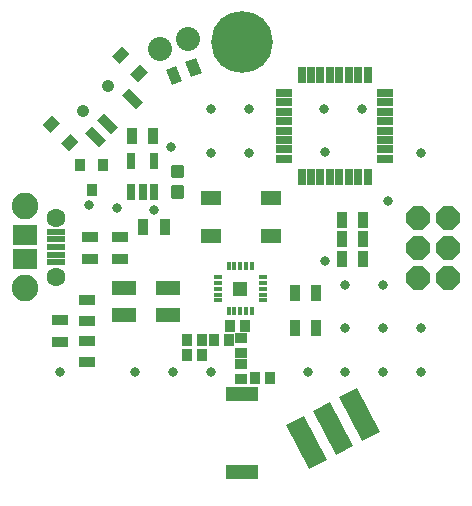
<source format=gts>
G75*
%MOIN*%
%OFA0B0*%
%FSLAX25Y25*%
%IPPOS*%
%LPD*%
%AMOC8*
5,1,8,0,0,1.08239X$1,22.5*
%
%ADD10C,0.20600*%
%ADD11R,0.05600X0.02800*%
%ADD12R,0.02800X0.05600*%
%ADD13R,0.03750X0.04143*%
%ADD14R,0.07100X0.04537*%
%ADD15R,0.03750X0.05324*%
%ADD16R,0.05324X0.03750*%
%ADD17C,0.08000*%
%ADD18R,0.02765X0.05324*%
%ADD19C,0.06309*%
%ADD20R,0.05915X0.02175*%
%ADD21R,0.08080X0.06506*%
%ADD22C,0.08868*%
%ADD23R,0.10600X0.04600*%
%ADD24R,0.04537X0.04537*%
%ADD25R,0.03159X0.01781*%
%ADD26R,0.01781X0.03159*%
%ADD27OC8,0.08000*%
%ADD28R,0.04537X0.03750*%
%ADD29R,0.03356X0.06506*%
%ADD30C,0.04143*%
%ADD31R,0.08080X0.04931*%
%ADD32C,0.01361*%
%ADD33R,0.03356X0.04143*%
%ADD34R,0.04143X0.03356*%
%ADD35R,0.06600X0.16600*%
%ADD36C,0.03300*%
D10*
X0084884Y0163568D03*
D11*
X0099005Y0146760D03*
X0099005Y0143610D03*
X0099005Y0140461D03*
X0099005Y0137311D03*
X0099005Y0134161D03*
X0099005Y0131012D03*
X0099005Y0127862D03*
X0099005Y0124713D03*
X0132805Y0124713D03*
X0132805Y0127862D03*
X0132805Y0131012D03*
X0132805Y0134161D03*
X0132805Y0137311D03*
X0132805Y0140461D03*
X0132805Y0143610D03*
X0132805Y0146760D03*
D12*
X0126928Y0152636D03*
X0123779Y0152636D03*
X0120629Y0152636D03*
X0117480Y0152636D03*
X0114330Y0152636D03*
X0111180Y0152636D03*
X0108031Y0152636D03*
X0104881Y0152636D03*
X0104881Y0118836D03*
X0108031Y0118836D03*
X0111180Y0118836D03*
X0114330Y0118836D03*
X0117480Y0118836D03*
X0120629Y0118836D03*
X0123779Y0118836D03*
X0126928Y0118836D03*
D13*
X0038652Y0122585D03*
X0031171Y0122585D03*
X0034912Y0114317D03*
D14*
X0074579Y0111633D03*
X0074579Y0099035D03*
X0094870Y0099035D03*
X0094870Y0111633D03*
D15*
X0118407Y0104472D03*
X0118439Y0097867D03*
X0118323Y0091268D03*
X0125410Y0091268D03*
X0125525Y0097867D03*
X0125494Y0104472D03*
X0109674Y0080168D03*
X0102587Y0080168D03*
X0102587Y0068357D03*
X0109674Y0068357D03*
X0059281Y0101853D03*
X0052194Y0101853D03*
X0055416Y0132188D03*
X0048329Y0132188D03*
G36*
X0059556Y0154250D02*
X0063019Y0155685D01*
X0065056Y0150768D01*
X0061593Y0149333D01*
X0059556Y0154250D01*
G37*
G36*
X0066103Y0156962D02*
X0069566Y0158397D01*
X0071603Y0153480D01*
X0068140Y0152045D01*
X0066103Y0156962D01*
G37*
D16*
X0044469Y0098552D03*
X0044469Y0091465D03*
X0034214Y0091456D03*
X0034214Y0098542D03*
X0033296Y0077806D03*
X0033296Y0070719D03*
X0033296Y0064026D03*
X0033296Y0056940D03*
X0024275Y0063801D03*
X0024275Y0070888D03*
D17*
X0057559Y0161306D03*
X0066950Y0164742D03*
D18*
X0055616Y0123867D03*
X0048136Y0123867D03*
X0048136Y0113630D03*
X0051876Y0113630D03*
X0055616Y0113630D03*
D19*
X0023194Y0105144D03*
X0023194Y0085459D03*
D20*
X0023194Y0090183D03*
X0023194Y0092742D03*
X0023194Y0095301D03*
X0023194Y0097860D03*
X0023194Y0100419D03*
D21*
X0012564Y0099238D03*
X0012564Y0091364D03*
D22*
X0012605Y0081524D03*
X0012559Y0109096D03*
D23*
X0084875Y0046193D03*
X0084875Y0020193D03*
D24*
X0084482Y0081468D03*
D25*
X0091962Y0081468D03*
X0091962Y0083436D03*
X0091962Y0085405D03*
X0091962Y0079499D03*
X0091962Y0077531D03*
X0077002Y0077531D03*
X0077002Y0079499D03*
X0077002Y0081468D03*
X0077002Y0083436D03*
X0077002Y0085405D03*
D26*
X0080545Y0088948D03*
X0082513Y0088948D03*
X0084482Y0088948D03*
X0086450Y0088948D03*
X0088419Y0088948D03*
X0088419Y0073988D03*
X0086450Y0073988D03*
X0084482Y0073988D03*
X0082513Y0073988D03*
X0080545Y0073988D03*
D27*
X0143725Y0084976D03*
X0143725Y0094976D03*
X0153725Y0094976D03*
X0153725Y0084976D03*
X0153725Y0104976D03*
X0143725Y0104976D03*
D28*
G36*
X0047802Y0152976D02*
X0051008Y0156182D01*
X0053660Y0153530D01*
X0050454Y0150324D01*
X0047802Y0152976D01*
G37*
G36*
X0041678Y0159100D02*
X0044884Y0162306D01*
X0047536Y0159654D01*
X0044330Y0156448D01*
X0041678Y0159100D01*
G37*
G36*
X0018572Y0135994D02*
X0021778Y0139200D01*
X0024430Y0136548D01*
X0021224Y0133342D01*
X0018572Y0135994D01*
G37*
G36*
X0024696Y0129869D02*
X0027902Y0133075D01*
X0030554Y0130423D01*
X0027348Y0127217D01*
X0024696Y0129869D01*
G37*
D29*
G36*
X0032630Y0133347D02*
X0035003Y0135720D01*
X0039602Y0131121D01*
X0037229Y0128748D01*
X0032630Y0133347D01*
G37*
G36*
X0036806Y0137523D02*
X0039179Y0139896D01*
X0043778Y0135297D01*
X0041405Y0132924D01*
X0036806Y0137523D01*
G37*
G36*
X0045157Y0145875D02*
X0047530Y0148248D01*
X0052129Y0143649D01*
X0049756Y0141276D01*
X0045157Y0145875D01*
G37*
D30*
X0040292Y0148938D03*
X0031940Y0140586D03*
D31*
X0045713Y0081624D03*
X0045713Y0072569D03*
X0060279Y0072569D03*
X0060279Y0081624D03*
D32*
X0061889Y0115233D02*
X0065065Y0115233D01*
X0065065Y0112057D01*
X0061889Y0112057D01*
X0061889Y0115233D01*
X0061889Y0113417D02*
X0065065Y0113417D01*
X0065065Y0114777D02*
X0061889Y0114777D01*
X0061889Y0122138D02*
X0065065Y0122138D01*
X0065065Y0118962D01*
X0061889Y0118962D01*
X0061889Y0122138D01*
X0061889Y0120322D02*
X0065065Y0120322D01*
X0065065Y0121682D02*
X0061889Y0121682D01*
D33*
X0080930Y0068951D03*
X0080737Y0064420D03*
X0075619Y0064420D03*
X0071808Y0064381D03*
X0066690Y0064381D03*
X0066686Y0059259D03*
X0071804Y0059259D03*
X0086048Y0068951D03*
X0089398Y0051822D03*
X0094517Y0051822D03*
D34*
X0084871Y0051231D03*
X0084871Y0056349D03*
X0084871Y0059892D03*
X0084871Y0065010D03*
D35*
G36*
X0122159Y0029106D02*
X0116326Y0026018D01*
X0108559Y0040688D01*
X0114392Y0043776D01*
X0122159Y0029106D01*
G37*
G36*
X0130996Y0033785D02*
X0125163Y0030697D01*
X0117396Y0045367D01*
X0123229Y0048455D01*
X0130996Y0033785D01*
G37*
G36*
X0113321Y0024426D02*
X0107488Y0021338D01*
X0099721Y0036008D01*
X0105554Y0039096D01*
X0113321Y0024426D01*
G37*
D36*
X0024241Y0053790D03*
X0049438Y0053790D03*
X0062036Y0053790D03*
X0074635Y0053790D03*
X0106918Y0053790D03*
X0119517Y0053790D03*
X0132115Y0053790D03*
X0144713Y0053790D03*
X0144713Y0068357D03*
X0132115Y0068357D03*
X0132115Y0082530D03*
X0119517Y0082530D03*
X0112824Y0090798D03*
X0119517Y0068357D03*
X0133690Y0110680D03*
X0144713Y0126625D03*
X0125028Y0141192D03*
X0112430Y0141192D03*
X0112824Y0127018D03*
X0087233Y0126625D03*
X0074635Y0126625D03*
X0061249Y0128593D03*
X0074635Y0141192D03*
X0087233Y0141192D03*
X0055737Y0107727D03*
X0043532Y0108514D03*
X0034083Y0109302D03*
M02*

</source>
